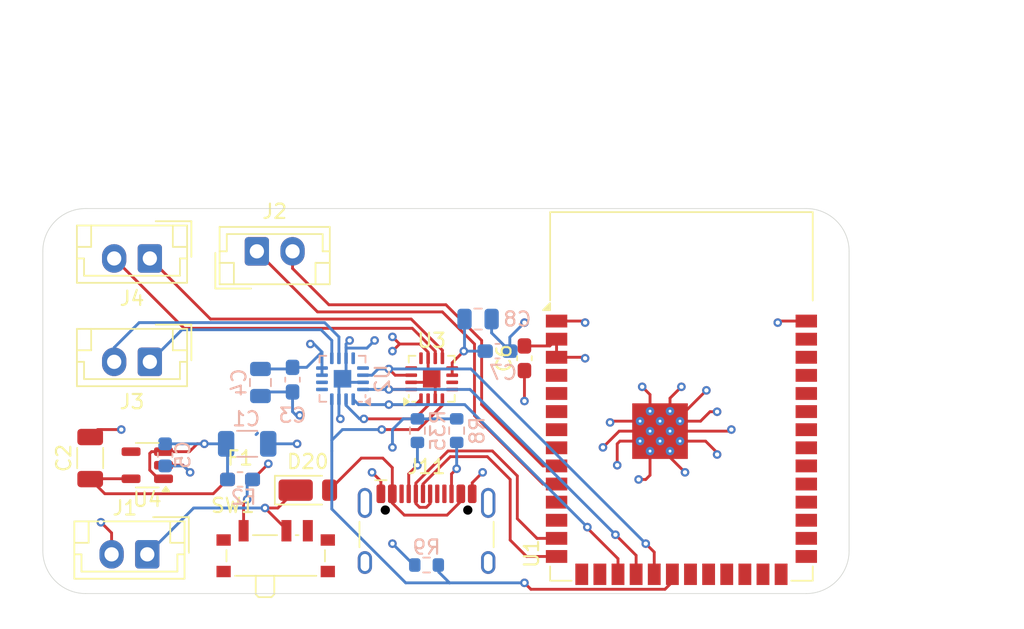
<source format=kicad_pcb>
(kicad_pcb (version 20241229) (generator "pcbnew") (generator_version "9.0")
  (layers (0 "F.Cu" signal) (4 "In1.Cu" power) (6 "In2.Cu" power) (2 "B.Cu" signal) (13 "F.Paste" user) (15 "B.Paste" user) (5 "F.SilkS" user "F.Silkscreen") (7 "B.SilkS" user "B.Silkscreen") (1 "F.Mask" user) (3 "B.Mask" user) (25 "Edge.Cuts" user))
  (net 0 "")
  (net 1 "GND")
  (net 2 "+5V")
  (net 3 "/Power/+3V3_Unfused")
  (net 4 "+3V3")
  (net 5 "/Connectors/5V_unfused")
  (net 6 "/MCU/USB_5V")
  (net 7 "Net-(SW1-A)")
  (net 8 "/Connectors/RX_PICO")
  (net 9 "/Connectors/TX_PICO")
  (net 10 "/Connectors/OUTP_1")
  (net 11 "/Connectors/OUTN_1")
  (net 12 "/Connectors/OUTN_2")
  (net 13 "/Connectors/OUTP_2")
  (net 14 "/MCU/USB_DN")
  (net 17 "/MCU/USB_DP")
  (net 20 "Net-(J11-CC1)")
  (net 22 "Net-(J11-CC2)")
  (net 24 "/MCU/SD_MODE")
  (net 30 "/MCU/I2S_DOUT")
  (net 54 "/MCU/I2S_BCLK")
  (net 56 "/MCU/I2S_LRCLK")
  (footprint "Connector_JST:JST_EH_B2B-EH-A_1x02_P2.50mm_Vertical" (layer "F.Cu") (at 177.82 59.5 180)
    (property "Reference" "J1" (at 1.57 3.25 0) (layer "F.SilkS"))
    (property "Value" "Conn_01x02_Pin" (hide yes))
    (pad "1" thru_hole roundrect (at 0 0 180) (size 1.7 2) (drill 1) (layers "*.Cu" "*.Mask") (roundrect_rratio 0.147059) (net 5 "/Connectors/5V_unfused"))
    (pad "2" thru_hole oval (at 2.5 0 180) (size 1.7 2) (drill 1) (layers "*.Cu" "*.Mask") (net 1 "GND"))
  )
  (footprint "Diode_SMD:D_PowerDI-123" (layer "F.Cu") (at 189.07 55)
    (property "Reference" "D20" (at 0 -2 0) (layer "F.SilkS"))
    (property "Value" "D_Schottky" (hide yes))
    (pad "1" smd roundrect (at -0.85 0 180) (size 2.4 1.5) (layers "F.Cu" "F.Mask" "F.Paste") (roundrect_rratio 0.1666666667) (net 5 "/Connectors/5V_unfused"))
    (pad "2" smd roundrect (at 1.525 0 180) (size 1.05 1.5) (layers "F.Cu" "F.Mask" "F.Paste") (roundrect_rratio 0.2380952381) (net 6 "/MCU/USB_5V"))
  )
  (footprint "Connector_JST:JST_EH_B2B-EH-A_1x02_P2.50mm_Vertical" (layer "F.Cu") (at 178 46 180)
    (property "Reference" "J3" (at 1.25 -2.8 0) (layer "F.SilkS"))
    (property "Value" "Conn_01x02_Pin" (hide yes))
    (pad "1" thru_hole roundrect (at 0 0 180) (size 1.7 2) (drill 1) (layers "*.Cu" "*.Mask") (roundrect_rratio 0.147059) (net 10 "/Connectors/OUTP_1"))
    (pad "2" thru_hole oval (at 2.5 0 180) (size 1.7 2) (drill 1) (layers "*.Cu" "*.Mask") (net 11 "/Connectors/OUTN_1"))
  )
  (footprint "RF_Module:ESP32-S3-WROOM-1" (layer "F.Cu") (at 215.25 48.4)
    (property "Reference" "U1" (at -10.5 11.045 90) (layer "F.SilkS"))
    (property "Value" "ESP32-S3-WROOM-1" (hide yes))
    (pad "1" smd rect (at -8.75 -5.26) (size 1.5 0.9) (layers "F.Cu" "F.Mask" "F.Paste") (net 1 "GND"))
    (pad "2" smd rect (at -8.75 -3.99) (size 1.5 0.9) (layers "F.Cu" "F.Mask" "F.Paste") (net 4 "+3V3"))
    (pad "3" smd rect (at -8.75 -2.72) (size 1.5 0.9) (layers "F.Cu" "F.Mask" "F.Paste") (net 4 "+3V3"))
    (pad "4" smd rect (at -8.75 -1.45) (size 1.5 0.9) (layers "F.Cu" "F.Mask" "F.Paste"))
    (pad "5" smd rect (at -8.75 -0.18) (size 1.5 0.9) (layers "F.Cu" "F.Mask" "F.Paste"))
    (pad "6" smd rect (at -8.75 1.09) (size 1.5 0.9) (layers "F.Cu" "F.Mask" "F.Paste"))
    (pad "7" smd rect (at -8.75 2.36) (size 1.5 0.9) (layers "F.Cu" "F.Mask" "F.Paste"))
    (pad "8" smd rect (at -8.75 3.63) (size 1.5 0.9) (layers "F.Cu" "F.Mask" "F.Paste"))
    (pad "9" smd rect (at -8.75 4.9) (size 1.5 0.9) (layers "F.Cu" "F.Mask" "F.Paste") (net 8 "/Connectors/RX_PICO"))
    (pad "10" smd rect (at -8.75 6.17) (size 1.5 0.9) (layers "F.Cu" "F.Mask" "F.Paste") (net 9 "/Connectors/TX_PICO"))
    (pad "11" smd rect (at -8.75 7.44) (size 1.5 0.9) (layers "F.Cu" "F.Mask" "F.Paste"))
    (pad "12" smd rect (at -8.75 8.71) (size 1.5 0.9) (layers "F.Cu" "F.Mask" "F.Paste"))
    (pad "13" smd rect (at -8.75 9.98) (size 1.5 0.9) (layers "F.Cu" "F.Mask" "F.Paste") (net 14 "/MCU/USB_DN"))
    (pad "14" smd rect (at -8.75 11.25 180) (size 1.5 0.9) (layers "F.Cu" "F.Mask" "F.Paste") (net 17 "/MCU/USB_DP"))
    (pad "15" smd rect (at -6.985 12.5 270) (size 1.5 0.9) (layers "F.Cu" "F.Mask" "F.Paste"))
    (pad "16" smd rect (at -5.715 12.5 270) (size 1.5 0.9) (layers "F.Cu" "F.Mask" "F.Paste"))
    (pad "17" smd rect (at -4.445 12.5 270) (size 1.5 0.9) (layers "F.Cu" "F.Mask" "F.Paste") (net 30 "/MCU/I2S_DOUT"))
    (pad "18" smd rect (at -3.175 12.5 270) (size 1.5 0.9) (layers "F.Cu" "F.Mask" "F.Paste") (net 54 "/MCU/I2S_BCLK"))
    (pad "19" smd rect (at -1.905 12.5 270) (size 1.5 0.9) (layers "F.Cu" "F.Mask" "F.Paste") (net 56 "/MCU/I2S_LRCLK"))
    (pad "20" smd rect (at -0.635 12.5 270) (size 1.5 0.9) (layers "F.Cu" "F.Mask" "F.Paste") (net 24 "/MCU/SD_MODE"))
    (pad "21" smd rect (at 0.635 12.5 270) (size 1.5 0.9) (layers "F.Cu" "F.Mask" "F.Paste"))
    (pad "22" smd rect (at 1.905 12.5 270) (size 1.5 0.9) (layers "F.Cu" "F.Mask" "F.Paste"))
    (pad "23" smd rect (at 3.175 12.5 270) (size 1.5 0.9) (layers "F.Cu" "F.Mask" "F.Paste"))
    (pad "24" smd rect (at 4.445 12.5 270) (size 1.5 0.9) (layers "F.Cu" "F.Mask" "F.Paste"))
    (pad "25" smd rect (at 5.715 12.5 270) (size 1.5 0.9) (layers "F.Cu" "F.Mask" "F.Paste"))
    (pad "26" smd rect (at 6.985 12.5 270) (size 1.5 0.9) (layers "F.Cu" "F.Mask" "F.Paste"))
    (pad "27" smd rect (at 8.75 11.25) (size 1.5 0.9) (layers "F.Cu" "F.Mask" "F.Paste"))
    (pad "28" smd rect (at 8.75 9.98) (size 1.5 0.9) (layers "F.Cu" "F.Mask" "F.Paste"))
    (pad "29" smd rect (at 8.75 8.71) (size 1.5 0.9) (layers "F.Cu" "F.Mask" "F.Paste"))
    (pad "30" smd rect (at 8.75 7.44) (size 1.5 0.9) (layers "F.Cu" "F.Mask" "F.Paste"))
    (pad "31" smd rect (at 8.75 6.17) (size 1.5 0.9) (layers "F.Cu" "F.Mask" "F.Paste"))
    (pad "32" smd rect (at 8.75 4.9) (size 1.5 0.9) (layers "F.Cu" "F.Mask" "F.Paste"))
    (pad "33" smd rect (at 8.75 3.63) (size 1.5 0.9) (layers "F.Cu" "F.Mask" "F.Paste"))
    (pad "34" smd rect (at 8.75 2.36) (size 1.5 0.9) (layers "F.Cu" "F.Mask" "F.Paste"))
    (pad "35" smd rect (at 8.75 1.09) (size 1.5 0.9) (layers "F.Cu" "F.Mask" "F.Paste"))
    (pad "36" smd rect (at 8.75 -0.18) (size 1.5 0.9) (layers "F.Cu" "F.Mask" "F.Paste"))
    (pad "37" smd rect (at 8.75 -1.45) (size 1.5 0.9) (layers "F.Cu" "F.Mask" "F.Paste"))
    (pad "38" smd rect (at 8.75 -2.72) (size 1.5 0.9) (layers "F.Cu" "F.Mask" "F.Paste"))
    (pad "39" smd rect (at 8.75 -3.99) (size 1.5 0.9) (layers "F.Cu" "F.Mask" "F.Paste"))
    (pad "40" smd rect (at 8.75 -5.26) (size 1.5 0.9) (layers "F.Cu" "F.Mask" "F.Paste") (net 1 "GND"))
    (pad "41" thru_hole circle (at -2.9 1.76 90) (size 0.6 0.6) (drill 0.2) (property pad_prop_heatsink) (layers "*.Cu" "F.Mask") (net 1 "GND"))
    (pad "41" thru_hole circle (at -2.9 3.16) (size 0.6 0.6) (drill 0.2) (property pad_prop_heatsink) (layers "*.Cu" "F.Mask") (net 1 "GND"))
    (pad "41" thru_hole circle (at -2.2 1.06) (size 0.6 0.6) (drill 0.2) (property pad_prop_heatsink) (layers "*.Cu" "F.Mask") (net 1 "GND"))
    (pad "41" thru_hole circle (at -2.2 2.46) (size 0.6 0.6) (drill 0.2) (property pad_prop_heatsink) (layers "*.Cu" "F.Mask") (net 1 "GND"))
    (pad "41" thru_hole circle (at -2.2 3.86) (size 0.6 0.6) (drill 0.2) (property pad_prop_heatsink) (layers "*.Cu" "F.Mask") (net 1 "GND"))
    (pad "41" thru_hole circle (at -1.5 1.76) (size 0.6 0.6) (drill 0.2) (property pad_prop_heatsink) (layers "*.Cu" "F.Mask") (net 1 "GND"))
    (pad "41" smd rect (at -1.5 2.46 270) (size 3.9 3.9) (property pad_prop_heatsink) (layers "F.Cu" "F.Mask") (net 1 "GND"))
    (pad "41" thru_hole circle (at -1.5 3.16) (size 0.6 0.6) (drill 0.2) (property pad_prop_heatsink) (layers "*.Cu" "F.Mask") (net 1 "GND"))
    (pad "41" thru_hole circle (at -0.8 1.06) (size 0.6 0.6) (drill 0.2) (property pad_prop_heatsink) (layers "*.Cu" "F.Mask") (net 1 "GND"))
    (pad "41" thru_hole circle (at -0.8 2.46) (size 0.6 0.6) (drill 0.2) (property pad_prop_heatsink) (layers "*.Cu" "F.Mask") (net 1 "GND"))
    (pad "41" thru_hole circle (at -0.8 3.86) (size 0.6 0.6) (drill 0.2) (property pad_prop_heatsink) (layers "*.Cu" "F.Mask") (net 1 "GND"))
    (pad "41" thru_hole circle (at -0.1 1.76) (size 0.6 0.6) (drill 0.2) (property pad_prop_heatsink) (layers "*.Cu" "F.Mask") (net 1 "GND"))
    (pad "41" thru_hole circle (at -0.1 3.16) (size 0.6 0.6) (drill 0.2) (property pad_prop_heatsink) (layers "*.Cu" "F.Mask") (net 1 "GND"))
  )
  (footprint "Connector_JST:JST_EH_B2B-EH-A_1x02_P2.50mm_Vertical" (layer "F.Cu") (at 178 38.75 180)
    (property "Reference" "J4" (at 1.25 -2.8 0) (layer "F.SilkS"))
    (property "Value" "Conn_01x02_Pin" (hide yes))
    (pad "1" thru_hole roundrect (at 0 0 180) (size 1.7 2) (drill 1) (layers "*.Cu" "*.Mask") (roundrect_rratio 0.147059) (net 13 "/Connectors/OUTP_2"))
    (pad "2" thru_hole oval (at 2.5 0 180) (size 1.7 2) (drill 1) (layers "*.Cu" "*.Mask") (net 12 "/Connectors/OUTN_2"))
  )
  (footprint "0_LHRE_Footprints:USB-C_2.0_Receptacle" (layer "F.Cu") (at 197.39 59)
    (property "Reference" "J11" (at 0 -5.645 0) (layer "F.SilkS"))
    (property "Value" "USB_C_Receptacle_USB2.0_16P" (hide yes))
    (pad "" np_thru_hole circle (at -2.89 -2.605) (size 0.65 0.65) (drill 0.65) (layers "*.Mask"))
    (pad "" np_thru_hole circle (at 2.89 -2.605) (size 0.65 0.65) (drill 0.65) (layers "*.Mask"))
    (pad "A1" smd roundrect (at -3.2 -3.745) (size 0.6 1.3) (layers "F.Cu" "F.Mask" "F.Paste") (net 1 "GND"))
    (pad "A4" smd roundrect (at -2.4 -3.745) (size 0.6 1.3) (layers "F.Cu" "F.Mask" "F.Paste") (net 6 "/MCU/USB_5V"))
    (pad "A5" smd roundrect (at -1.25 -3.745) (size 0.3 1.3) (layers "F.Cu" "F.Mask" "F.Paste") (net 20 "Net-(J11-CC1)"))
    (pad "A6" smd roundrect (at -0.25 -3.745) (size 0.3 1.3) (layers "F.Cu" "F.Mask" "F.Paste") (net 17 "/MCU/USB_DP"))
    (pad "A7" smd roundrect (at 0.25 -3.745) (size 0.3 1.3) (layers "F.Cu" "F.Mask" "F.Paste") (net 14 "/MCU/USB_DN"))
    (pad "A8" smd roundrect (at 1.25 -3.745) (size 0.3 1.3) (layers "F.Cu" "F.Mask" "F.Paste"))
    (pad "A9" smd roundrect (at 2.4 -3.745) (size 0.6 1.3) (layers "F.Cu" "F.Mask" "F.Paste") (net 6 "/MCU/USB_5V"))
    (pad "A12" smd roundrect (at 3.2 -3.745) (size 0.6 1.3) (layers "F.Cu" "F.Mask" "F.Paste") (net 1 "GND"))
    (pad "B1" smd roundrect (at 3.2 -3.745) (size 0.6 1.3) (layers "F.Cu" "F.Mask" "F.Paste") (net 1 "GND"))
    (pad "B4" smd roundrect (at 2.4 -3.745) (size 0.6 1.3) (layers "F.Cu" "F.Mask" "F.Paste") (net 6 "/MCU/USB_5V"))
    (pad "B5" smd roundrect (at 1.75 -3.745) (size 0.3 1.3) (layers "F.Cu" "F.Mask" "F.Paste") (net 22 "Net-(J11-CC2)"))
    (pad "B6" smd roundrect (at 0.75 -3.745) (size 0.3 1.3) (layers "F.Cu" "F.Mask" "F.Paste") (net 17 "/MCU/USB_DP"))
    (pad "B7" smd roundrect (at -0.75 -3.745) (size 0.3 1.3) (layers "F.Cu" "F.Mask" "F.Paste") (net 14 "/MCU/USB_DN"))
    (pad "B8" smd roundrect (at -1.75 -3.745) (size 0.3 1.3) (layers "F.Cu" "F.Mask" "F.Paste"))
    (pad "B9" smd roundrect (at -2.4 -3.745) (size 0.6 1.3) (layers "F.Cu" "F.Mask" "F.Paste") (net 6 "/MCU/USB_5V"))
    (pad "B12" smd roundrect (at -3.2 -3.745) (size 0.6 1.3) (layers "F.Cu" "F.Mask" "F.Paste") (net 1 "GND"))
    (pad "S1" thru_hole oval (at -4.32 -3.105) (size 1 2.1) (drill oval 0.6 1.7) (layers "*.Cu" "*.Mask"))
    (pad "S1" thru_hole oval (at -4.32 1.075) (size 1 1.6) (drill oval 0.6 1.2) (layers "*.Cu" "*.Mask"))
    (pad "S1" thru_hole oval (at 4.32 -3.105) (size 1 2.1) (drill oval 0.6 1.7) (layers "*.Cu" "*.Mask"))
    (pad "S1" thru_hole oval (at 4.32 1.075) (size 1 1.6) (drill oval 0.6 1.2) (layers "*.Cu" "*.Mask"))
  )
  (footprint "Capacitor_SMD:C_1206_3216Metric" (layer "F.Cu") (at 173.82 52.75 90)
    (property "Reference" "C2" (at 0 -1.85 90) (layer "F.SilkS"))
    (property "Value" "4.7u")
    (pad "1" smd roundrect (at -1.475 0 90) (size 1.15 1.8) (layers "F.Cu" "F.Mask" "F.Paste") (roundrect_rratio 0.217391) (net 3 "/Power/+3V3_Unfused"))
    (pad "2" smd roundrect (at 1.475 0 90) (size 1.15 1.8) (layers "F.Cu" "F.Mask" "F.Paste") (roundrect_rratio 0.217391) (net 1 "GND"))
  )
  (footprint "Fuse:Fuse_0603_1608Metric_Pad1.05x0.95mm_HandSolder" (layer "F.Cu") (at 184.32 54.25)
    (property "Reference" "F1" (at 0 -1.5 0) (layer "F.SilkS"))
    (property "Value" "1A" (hide yes))
    (pad "1" smd roundrect (at -0.875 0) (size 1.05 0.95) (layers "F.Cu" "F.Mask" "F.Paste") (net 3 "/Power/+3V3_Unfused"))
    (pad "2" smd roundrect (at 0.875 0) (size 1.05 0.95) (layers "F.Cu" "F.Mask" "F.Paste") (net 4 "+3V3"))
  )
  (footprint "Package_DFN_QFN:TQFN-16-1EP_3x3mm_P0.5mm_EP1.23x1.23mm" (layer "F.Cu") (at 197.75 47.1875 90)
    (property "Reference" "U3" (at 2.6875 0 180) (layer "F.SilkS"))
    (property "Value" "MAX98357A" (hide yes))
    (pad "1" smd roundrect (at -1.4375 -0.75 90) (size 0.825 0.25) (layers "F.Cu" "F.Mask" "F.Paste") (net 30 "/MCU/I2S_DOUT"))
    (pad "2" smd roundrect (at -1.4375 -0.25 90) (size 0.825 0.25) (layers "F.Cu" "F.Mask" "F.Paste") (net 4 "+3V3"))
    (pad "3" smd roundrect (at -1.4375 0.25 90) (size 0.825 0.25) (layers "F.Cu" "F.Mask" "F.Paste") (net 1 "GND"))
    (pad "4" smd roundrect (at -1.4375 0.75 90) (size 0.825 0.25) (layers "F.Cu" "F.Mask" "F.Paste") (net 24 "/MCU/SD_MODE"))
    (pad "5" smd roundrect (at -0.75 1.4375 90) (size 0.25 0.825) (layers "F.Cu" "F.Mask" "F.Paste"))
    (pad "6" smd roundrect (at -0.25 1.4375 90) (size 0.25 0.825) (layers "F.Cu" "F.Mask" "F.Paste"))
    (pad "7" smd roundrect (at 0.25 1.4375 90) (size 0.25 0.825) (layers "F.Cu" "F.Mask" "F.Paste") (net 4 "+3V3"))
    (pad "8" smd roundrect (at 0.75 1.4375 90) (size 0.25 0.825) (layers "F.Cu" "F.Mask" "F.Paste") (net 4 "+3V3"))
    (pad "9" smd roundrect (at 1.4375 0.75 90) (size 0.825 0.25) (layers "F.Cu" "F.Mask" "F.Paste") (net 13 "/Connectors/OUTP_2"))
    (pad "10" smd roundrect (at 1.4375 0.25 90) (size 0.825 0.25) (layers "F.Cu" "F.Mask" "F.Paste") (net 12 "/Connectors/OUTN_2"))
    (pad "11" smd roundrect (at 1.4375 -0.25 90) (size 0.825 0.25) (layers "F.Cu" "F.Mask" "F.Paste") (net 1 "GND"))
    (pad "12" smd roundrect (at 1.4375 -0.75 90) (size 0.825 0.25) (layers "F.Cu" "F.Mask" "F.Paste"))
    (pad "13" smd roundrect (at 0.75 -1.4375 90) (size 0.25 0.825) (layers "F.Cu" "F.Mask" "F.Paste"))
    (pad "14" smd roundrect (at 0.25 -1.4375 90) (size 0.25 0.825) (layers "F.Cu" "F.Mask" "F.Paste") (net 56 "/MCU/I2S_LRCLK"))
    (pad "15" smd roundrect (at -0.25 -1.4375 90) (size 0.25 0.825) (layers "F.Cu" "F.Mask" "F.Paste") (net 1 "GND"))
    (pad "16" smd roundrect (at -0.75 -1.4375 90) (size 0.25 0.825) (layers "F.Cu" "F.Mask" "F.Paste") (net 54 "/MCU/I2S_BCLK"))
    (pad "17" smd rect (at 0 0 90) (size 1.23 1.23) (property pad_prop_heatsink) (layers "F.Cu" "F.Mask") (net 1 "GND"))
  )
  (footprint "Button_Switch_SMD:SW_SPDT_PCM12" (layer "F.Cu") (at 186.82 59.275)
    (property "Reference" "SW1" (at -3 -3.2 0) (layer "F.SilkS"))
    (property "Value" "SW_SPDT" (hide yes))
    (pad "" smd rect (at -3.65 -0.78) (size 1 0.8) (layers "F.Cu" "F.Mask" "F.Paste"))
    (pad "" smd rect (at -3.65 1.43) (size 1 0.8) (layers "F.Cu" "F.Mask" "F.Paste"))
    (pad "" np_thru_hole circle (at -1.5 0.33) (size 0.9 0.9) (drill 0.9) (layers "*.Cu" "*.Mask"))
    (pad "" np_thru_hole circle (at 1.5 0.33) (size 0.9 0.9) (drill 0.9) (layers "*.Cu" "*.Mask"))
    (pad "" smd rect (at 3.65 -0.78) (size 1 0.8) (layers "F.Cu" "F.Mask" "F.Paste"))
    (pad "" smd rect (at 3.65 1.43) (size 1 0.8) (layers "F.Cu" "F.Mask" "F.Paste"))
    (pad "1" smd rect (at -2.25 -1.43) (size 0.7 1.5) (layers "F.Cu" "F.Mask" "F.Paste") (net 7 "Net-(SW1-A)"))
    (pad "2" smd rect (at 0.75 -1.43) (size 0.7 1.5) (layers "F.Cu" "F.Mask" "F.Paste") (net 5 "/Connectors/5V_unfused"))
    (pad "3" smd rect (at 2.25 -1.43) (size 0.7 1.5) (layers "F.Cu" "F.Mask" "F.Paste"))
  )
  (footprint "Capacitor_SMD:C_0603_1608Metric_Pad1.08x0.95mm_HandSolder" (layer "F.Cu") (at 204.25 45.75 90)
    (property "Reference" "C6" (at 0 -1.43 90) (layer "F.SilkS"))
    (property "Value" "100n" (hide yes))
    (pad "1" smd roundrect (at -0.8625 0 90) (size 1.075 0.95) (layers "F.Cu" "F.Mask" "F.Paste") (net 1 "GND"))
    (pad "2" smd roundrect (at 0.8625 0 90) (size 1.075 0.95) (layers "F.Cu" "F.Mask" "F.Paste") (net 4 "+3V3"))
  )
  (footprint "Package_TO_SOT_SMD:SOT-23-5" (layer "F.Cu") (at 177.82 53.25 180)
    (property "Reference" "U4" (at 0 -2.4 0) (layer "F.SilkS"))
    (property "Value" "RT9013-33GB" (hide yes))
    (pad "1" smd roundrect (at -1.1375 -0.95 180) (size 1.325 0.6) (layers "F.Cu" "F.Mask" "F.Paste") (net 2 "+5V"))
    (pad "2" smd roundrect (at -1.1375 0 180) (size 1.325 0.6) (layers "F.Cu" "F.Mask" "F.Paste") (net 1 "GND"))
    (pad "3" smd roundrect (at -1.1375 0.95 180) (size 1.325 0.6) (layers "F.Cu" "F.Mask" "F.Paste") (net 2 "+5V"))
    (pad "4" smd roundrect (at 1.1375 0.95 180) (size 1.325 0.6) (layers "F.Cu" "F.Mask" "F.Paste"))
    (pad "5" smd roundrect (at 1.1375 -0.95 180) (size 1.325 0.6) (layers "F.Cu" "F.Mask" "F.Paste") (net 3 "/Power/+3V3_Unfused"))
  )
  (footprint "Connector_JST:JST_EH_B2B-EH-A_1x02_P2.50mm_Vertical" (layer "F.Cu") (at 185.5 38.25)
    (property "Reference" "J2" (at 1.25 -2.8 0) (layer "F.SilkS"))
    (property "Value" "Conn_01x02_Pin" (hide yes))
    (pad "1" thru_hole roundrect (at 0 0) (size 1.7 2) (drill 1) (layers "*.Cu" "*.Mask") (roundrect_rratio 0.147059) (net 9 "/Connectors/TX_PICO"))
    (pad "2" thru_hole oval (at 2.5 0) (size 1.7 2) (drill 1) (layers "*.Cu" "*.Mask") (net 8 "/Connectors/RX_PICO"))
  )
  (footprint "Fuse:Fuse_0603_1608Metric_Pad1.05x0.95mm_HandSolder" (layer "B.Cu") (at 184.32 54.25 180)
    (property "Reference" "F2" (at -0.25 -1.25 0) (layer "B.SilkS") (effects (justify mirror)))
    (property "Value" "1A" (hide yes))
    (pad "1" smd roundrect (at -0.875 0 180) (size 1.05 0.95) (layers "B.Cu" "B.Mask" "B.Paste") (net 7 "Net-(SW1-A)"))
    (pad "2" smd roundrect (at 0.875 0 180) (size 1.05 0.95) (layers "B.Cu" "B.Mask" "B.Paste") (net 2 "+5V"))
  )
  (footprint "Resistor_SMD:R_0603_1608Metric" (layer "B.Cu") (at 197.39 60.25)
    (property "Reference" "R9" (at 0 -1.25 0) (layer "B.SilkS") (effects (justify mirror)))
    (property "Value" "100k" (hide yes))
    (pad "1" smd roundrect (at -0.825 0) (size 0.8 0.95) (layers "B.Cu" "B.Mask" "B.Paste") (net 4 "+3V3"))
    (pad "2" smd roundrect (at 0.825 0) (size 0.8 0.95) (layers "B.Cu" "B.Mask" "B.Paste") (net 24 "/MCU/SD_MODE"))
  )
  (footprint "Package_DFN_QFN:TQFN-16-1EP_3x3mm_P0.5mm_EP1.23x1.23mm" (layer "B.Cu") (at 191.5 47.1875 90)
    (property "Reference" "U2" (at 0 2.8 90) (layer "B.SilkS") (effects (justify mirror)))
    (property "Value" "MAX98357A" (hide yes))
    (pad "1" smd roundrect (at -1.4375 0.75 90) (size 0.825 0.25) (layers "B.Cu" "B.Mask" "B.Paste") (net 30 "/MCU/I2S_DOUT"))
    (pad "2" smd roundrect (at -1.4375 0.25 90) (size 0.825 0.25) (layers "B.Cu" "B.Mask" "B.Paste") (net 4 "+3V3"))
    (pad "3" smd roundrect (at -1.4375 -0.25 90) (size 0.825 0.25) (layers "B.Cu" "B.Mask" "B.Paste") (net 1 "GND"))
    (pad "4" smd roundrect (at -1.4375 -0.75 90) (size 0.825 0.25) (layers "B.Cu" "B.Mask" "B.Paste") (net 24 "/MCU/SD_MODE"))
    (pad "5" smd roundrect (at -0.75 -1.4375 90) (size 0.25 0.825) (layers "B.Cu" "B.Mask" "B.Paste"))
    (pad "6" smd roundrect (at -0.25 -1.4375 90) (size 0.25 0.825) (layers "B.Cu" "B.Mask" "B.Paste"))
    (pad "7" smd roundrect (at 0.25 -1.4375 90) (size 0.25 0.825) (layers "B.Cu" "B.Mask" "B.Paste") (net 4 "+3V3"))
    (pad "8" smd roundrect (at 0.75 -1.4375 90) (size 0.25 0.825) (layers "B.Cu" "B.Mask" "B.Paste") (net 4 "+3V3"))
    (pad "9" smd roundrect (at 1.4375 -0.75 90) (size 0.825 0.25) (layers "B.Cu" "B.Mask" "B.Paste") (net 10 "/Connectors/OUTP_1"))
    (pad "10" smd roundrect (at 1.4375 -0.25 90) (size 0.825 0.25) (layers "B.Cu" "B.Mask" "B.Paste") (net 11 "/Connectors/OUTN_1"))
    (pad "11" smd roundrect (at 1.4375 0.25 90) (size 0.825 0.25) (layers "B.Cu" "B.Mask" "B.Paste") (net 1 "GND"))
    (pad "12" smd roundrect (at 1.4375 0.75 90) (size 0.825 0.25) (layers "B.Cu" "B.Mask" "B.Paste"))
    (pad "13" smd roundrect (at 0.75 1.4375 90) (size 0.25 0.825) (layers "B.Cu" "B.Mask" "B.Paste"))
    (pad "14" smd roundrect (at 0.25 1.4375 90) (size 0.25 0.825) (layers "B.Cu" "B.Mask" "B.Paste") (net 56 "/MCU/I2S_LRCLK"))
    (pad "15" smd roundrect (at -0.25 1.4375 90) (size 0.25 0.825) (layers "B.Cu" "B.Mask" "B.Paste") (net 1 "GND"))
    (pad "16" smd roundrect (at -0.75 1.4375 90) (size 0.25 0.825) (layers "B.Cu" "B.Mask" "B.Paste") (net 54 "/MCU/I2S_BCLK"))
    (pad "17" smd rect (at 0 0 90) (size 1.23 1.23) (property pad_prop_heatsink) (layers "B.Cu" "B.Mask") (net 1 "GND"))
  )
  (footprint "Capacitor_SMD:C_0603_1608Metric_Pad1.08x0.95mm_HandSolder" (layer "B.Cu") (at 188 47.25 90)
    (property "Reference" "C3" (at -2.5 0 0) (layer "B.SilkS") (effects (justify mirror)))
    (property "Value" "100n" (hide yes))
    (pad "1" smd roundrect (at -0.8625 0 90) (size 1.075 0.95) (layers "B.Cu" "B.Mask" "B.Paste") (net 1 "GND"))
    (pad "2" smd roundrect (at 0.8625 0 90) (size 1.075 0.95) (layers "B.Cu" "B.Mask" "B.Paste") (net 4 "+3V3"))
  )
  (footprint "Resistor_SMD:R_0603_1608Metric" (layer "B.Cu") (at 199.5 50.825 90)
    (property "Reference" "R8" (at 0 1.43 90) (layer "B.SilkS") (effects (justify mirror)))
    (property "Value" "5.1k" (hide yes))
    (pad "1" smd roundrect (at -0.825 0 90) (size 0.8 0.95) (layers "B.Cu" "B.Mask" "B.Paste") (net 22 "Net-(J11-CC2)"))
    (pad "2" smd roundrect (at 0.825 0 90) (size 0.8 0.95) (layers "B.Cu" "B.Mask" "B.Paste") (net 1 "GND"))
  )
  (footprint "Capacitor_SMD:C_0603_1608Metric_Pad1.08x0.95mm_HandSolder" (layer "B.Cu") (at 202.3625 45.25 180)
    (property "Reference" "C7" (at -0.3875 -1.5 0) (layer "B.SilkS") (effects (justify mirror)))
    (property "Value" "100n" (hide yes))
    (pad "1" smd roundrect (at -0.8625 0 180) (size 1.075 0.95) (layers "B.Cu" "B.Mask" "B.Paste") (net 1 "GND"))
    (pad "2" smd roundrect (at 0.8625 0 180) (size 1.075 0.95) (layers "B.Cu" "B.Mask" "B.Paste") (net 4 "+3V3"))
  )
  (footprint "Capacitor_SMD:C_0603_1608Metric" (layer "B.Cu") (at 179.07 52.525 -90)
    (property "Reference" "C5" (at 0 -1.25 90) (layer "B.SilkS") (effects (justify mirror)))
    (property "Value" "22u" (hide yes))
    (pad "1" smd roundrect (at -0.775 0 270) (size 0.9 0.95) (layers "B.Cu" "B.Mask" "B.Paste") (net 2 "+5V"))
    (pad "2" smd roundrect (at 0.775 0 270) (size 0.9 0.95) (layers "B.Cu" "B.Mask" "B.Paste") (net 1 "GND"))
  )
  (footprint "Capacitor_SMD:C_1206_3216Metric" (layer "B.Cu") (at 184.82 51.75)
    (property "Reference" "C1" (at -0.07 -1.75 0) (layer "B.SilkS") (effects (justify mirror)))
    (property "Value" "4.7u" (hide yes))
    (pad "1" smd roundrect (at -1.475 0) (size 1.15 1.8) (layers "B.Cu" "B.Mask" "B.Paste") (roundrect_rratio 0.217391) (net 2 "+5V"))
    (pad "2" smd roundrect (at 1.475 0) (size 1.15 1.8) (layers "B.Cu" "B.Mask" "B.Paste") (roundrect_rratio 0.217391) (net 1 "GND"))
  )
  (footprint "Capacitor_SMD:C_0805_2012Metric" (layer "B.Cu") (at 201 43 180)
    (property "Reference" "C8" (at -2.75 0 0) (layer "B.SilkS") (effects (justify mirror)))
    (property "Value" "10u" (hide yes))
    (pad "1" smd roundrect (at -0.95 0 180) (size 1 1.45) (layers "B.Cu" "B.Mask" "B.Paste") (net 1 "GND"))
    (pad "2" smd roundrect (at 0.95 0 180) (size 1 1.45) (layers "B.Cu" "B.Mask" "B.Paste") (net 4 "+3V3"))
  )
  (footprint "Resistor_SMD:R_0603_1608Metric" (layer "B.Cu") (at 196.75 50.825 90)
    (property "Reference" "R35" (at 0 1.43 90) (layer "B.SilkS") (effects (justify mirror)))
    (property "Value" "5.1k" (hide yes))
    (pad "1" smd roundrect (at -0.825 0 90) (size 0.8 0.95) (layers "B.Cu" "B.Mask" "B.Paste") (net 20 "Net-(J11-CC1)"))
    (pad "2" smd roundrect (at 0.825 0 90) (size 0.8 0.95) (layers "B.Cu" "B.Mask" "B.Paste") (net 1 "GND"))
  )
  (footprint "Capacitor_SMD:C_0805_2012Metric" (layer "B.Cu") (at 185.75 47.45 90)
    (property "Reference" "C4" (at 0 -1.5 90) (layer "B.SilkS") (effects (justify mirror)))
    (property "Value" "10u" (hide yes))
    (pad "1" smd roundrect (at -0.95 0 90) (size 1 1.45) (layers "B.Cu" "B.Mask" "B.Paste") (net 1 "GND"))
    (pad "2" smd roundrect (at 0.95 0 90) (size 1 1.45) (layers "B.Cu" "B.Mask" "B.Paste") (net 4 "+3V3"))
  )
  (gr_arc (start 173.5 62.25) (mid 171.37868 61.37132) (end 170.5 59.25) (stroke (width 0.05)) (layer "Edge.Cuts"))
  (gr_line (start 173.5 35.25) (end 224 35.25) (stroke (width 0.05)) (layer "Edge.Cuts"))
  (gr_line (start 224 62.25) (end 173.5 62.25) (stroke (width 0.05)) (layer "Edge.Cuts"))
  (gr_arc (start 170.5 38.25) (mid 171.37868 36.12868) (end 173.5 35.25) (stroke (width 0.05)) (layer "Edge.Cuts"))
  (gr_arc (start 227 59.25) (mid 226.12132 61.37132) (end 224 62.25) (stroke (width 0.05)) (layer "Edge.Cuts"))
  (gr_arc (start 224 35.25) (mid 226.12132 36.12868) (end 227 38.25) (stroke (width 0.05)) (layer "Edge.Cuts"))
  (gr_line (start 170.5 59.25) (end 170.5 38.25) (stroke (width 0.05)) (layer "Edge.Cuts"))
  (gr_line (start 227 38.25) (end 227 59.25) (stroke (width 0.05)) (layer "Edge.Cuts"))
  (segment (start 198 48.625) (end 198 47.4375) (width 0.2) (layer "F.Cu") (net 1))
  (segment (start 194.19 55.255) (end 194.19 54.37) (width 0.2) (layer "F.Cu") (net 1))
  (segment (start 222.11 43.14) (end 222 43.25) (width 0.2) (layer "F.Cu") (net 1))
  (segment (start 217.75 49.5) (end 217.25 49.5) (width 0.2) (layer "F.Cu") (net 1))
  (segment (start 214.84 50.16) (end 217 48) (width 0.2) (layer "F.Cu") (net 1))
  (segment (start 204.25 46.6125) (end 204.25 48.75) (width 0.2) (layer "F.Cu") (net 1))
  (segment (start 195 45.25) (end 195.5 44.75) (width 0.2) (layer "F.Cu") (net 1))
  (segment (start 200.59 55.255) (end 200.59 54.48) (width 0.2) (layer "F.Cu") (net 1))
  (segment (start 209.75 52) (end 210.89 50.86) (width 0.2) (layer "F.Cu") (net 1))
  (segment (start 216.59 50.16) (end 215.15 50.16) (width 0.2) (layer "F.Cu") (net 1))
  (segment (start 210.94 51.56) (end 212.35 51.56) (width 0.2) (layer "F.Cu") (net 1))
  (segment (start 195.5 44.75) (end 196.928298 44.75) (width 0.2) (layer "F.Cu") (net 1))
  (segment (start 197.75 47.1875) (end 197.5 47.4375) (width 0.2) (layer "F.Cu") (net 1))
  (segment (start 197.5 45.321702) (end 197.5 45.75) (width 0.2) (layer "F.Cu") (net 1))
  (segment (start 212.25 54.25) (end 212.75 54.25) (width 0.2) (layer "F.Cu") (net 1))
  (segment (start 217.25 49.5) (end 216.59 50.16) (width 0.2) (layer "F.Cu") (net 1))
  (segment (start 215.5 53.75) (end 214.45 52.7) (width 0.2) (layer "F.Cu") (net 1))
  (segment (start 216.94 51.56) (end 215.15 51.56) (width 0.2) (layer "F.Cu") (net 1))
  (segment (start 213.05 49.46) (end 213.05 48.3) (width 0.2) (layer "F.Cu") (net 1))
  (segment (start 210.89 50.86) (end 213.05 50.86) (width 0.2) (layer "F.Cu") (net 1))
  (segment (start 214.45 48.55) (end 215.25 47.75) (width 0.2) (layer "F.Cu") (net 1))
  (segment (start 210.75 53.25) (end 210.75 51.75) (width 0.2) (layer "F.Cu") (net 1))
  (segment (start 180.32 53.25) (end 180.82 53.75) (width 0.2) (layer "F.Cu") (net 1))
  (segment (start 224 43.14) (end 222.11 43.14) (width 0.2) (layer "F.Cu") (net 1))
  (segment (start 208.39 43.14) (end 208.5 43.25) (width 0.2) (layer "F.Cu") (net 1))
  (segment (start 214.45 52.7) (end 214.45 52.26) (width 0.2) (layer "F.Cu") (net 1))
  (segment (start 213.05 53.95) (end 213.05 52.26) (width 0.2) (layer "F.Cu") (net 1))
  (segment (start 197.5 47.4375) (end 196.3125 47.4375) (width 0.2) (layer "F.Cu") (net 1))
  (segment (start 174.345 50.75) (end 173.82 51.275) (width 0.2) (layer "F.Cu") (net 1))
  (segment (start 213.05 48.3) (end 212.5 47.75) (width 0.2) (layer "F.Cu") (net 1))
  (segment (start 197.75 47.1875) (end 197.5 46.9375) (width 0.2) (layer "F.Cu") (net 1))
  (segment (start 200.59 54.48) (end 201.32 53.75) (width 0.2) (layer "F.Cu") (net 1))
  (segment (start 210.34 50.16) (end 210.25 50.25) (width 0.2) (layer "F.Cu") (net 1))
  (segment (start 214.45 50.86) (end 218.64 50.86) (width 0.2) (layer "F.Cu") (net 1))
  (segment (start 212.75 54.25) (end 213.05 53.95) (width 0.2) (layer "F.Cu") (net 1))
  (segment (start 206.5 43.14) (end 208.39 43.14) (width 0.2) (layer "F.Cu") (net 1))
  (segment (start 176 50.75) (end 174.345 50.75) (width 0.2) (layer "F.Cu") (net 1))
  (segment (start 197.5 46.9375) (end 197.5 45.75) (width 0.2) (layer "F.Cu") (net 1))
  (segment (start 213.75 50.16) (end 214.84 50.16) (width 0.2) (layer "F.Cu") (net 1))
  (segment (start 218.64 50.86) (end 218.75 50.75) (width 0.2) (layer "F.Cu") (net 1))
  (segment (start 212.35 50.16) (end 210.34 50.16) (width 0.2) (layer "F.Cu") (net 1))
  (segment (start 198 47.4375) (end 197.75 47.1875) (width 0.2) (layer "F.Cu") (net 1))
  (segment (start 195.5 44.75) (end 195 44.25) (width 0.2) (layer "F.Cu") (net 1))
  (segment (start 175.32 58) (end 175.32 59.5) (width 0.2) (layer "F.Cu") (net 1))
  (segment (start 214.45 49.46) (end 214.45 48.55) (width 0.2) (layer "F.Cu") (net 1))
  (segment (start 217.75 52.5) (end 217.75 52.37) (width 0.2) (layer "F.Cu") (net 1))
  (segment (start 217.75 52.37) (end 216.94 51.56) (width 0.2) (layer "F.Cu") (net 1))
  (segment (start 174.57 57.25) (end 175.32 58) (width 0.2) (layer "F.Cu") (net 1))
  (segment (start 178.9575 53.25) (end 180.32 53.25) (width 0.2) (layer "F.Cu") (net 1))
  (segment (start 196.928298 44.75) (end 197.5 45.321702) (width 0.2) (layer "F.Cu") (net 1))
  (segment (start 210.75 51.75) (end 210.94 51.56) (width 0.2) (layer "F.Cu") (net 1))
  (segment (start 194.19 54.37) (end 193.57 53.75) (width 0.2) (layer "F.Cu") (net 1))
  (via (at 193.75 44.5) (size 0.6) (drill 0.3) (layers "F.Cu" "B.Cu") (net 1))
  (via (at 208.5 43.25) (size 0.6) (drill 0.3) (layers "F.Cu" "B.Cu") (net 1))
  (via (at 201.32 53.75) (size 0.6) (drill 0.3) (layers "F.Cu" "B.Cu") (net 1))
  (via (at 217.75 52.5) (size 0.6) (drill 0.3) (layers "F.Cu" "B.Cu") (net 1))
  (via (at 195 52) (size 0.6) (drill 0.3) (layers "F.Cu" "B.Cu") (net 1))
  (via (at 218.75 50.75) (size 0.6) (drill 0.3) (layers "F.Cu" "B.Cu") (net 1))
  (via (at 212.25 54.25) (size 0.6) (drill 0.3) (layers "F.Cu" "B.Cu") (net 1))
  (via (at 191.35 50) (size 0.6) (drill 0.3) (layers "F.Cu" "B.Cu") (net 1))
  (via (at 217.75 49.5) (size 0.6) (drill 0.3) (layers "F.Cu" "B.Cu") (net 1))
  (via (at 193.57 53.75) (size 0.6) (drill 0.3) (layers "F.Cu" "B.Cu") (net 1))
  (via (at 176 50.75) (size 0.6) (drill 0.3) (layers "F.Cu" "B.Cu") (net 1))
  (via (at 188.5 49.75) (size 0.6) (drill 0.3) (layers "F.Cu" "B.Cu") (net 1))
  (via (at 192 44.5) (size 0.6) (drill 0.3) (layers "F.Cu" "B.Cu") (net 1))
  (via (at 215.25 47.75) (size 0.6) (drill 0.3) (layers "F.Cu" "B.Cu") (net 1))
  (via (at 180.82 53.75) (size 0.6) (drill 0.3) (layers "F.Cu" "B.Cu") (net 1))
  (via (at 212.5 47.75) (size 0.6) (drill 0.3) (layers "F.Cu" "B.Cu") (net 1))
  (via (at 210.75 53.25) (size 0.6) (drill 0.3) (layers "F.Cu" "B.Cu") (net 1))
  (via (at 195 45.25) (size 0.6) (drill 0.3) (layers "F.Cu" "B.Cu") (net 1))
  (via (at 215.5 53.75) (size 0.6) (drill 0.3) (layers "F.Cu" "B.Cu") (net 1))
  (via (at 174.57 57.25) (size 0.6) (drill 0.3) (layers "F.Cu" "B.Cu") (net 1))
  (via (at 204.25 48.75) (size 0.6) (drill 0.3) (layers "F.Cu" "B.Cu") (net 1))
  (via (at 204.25 43.25) (size 0.6) (drill 0.3) (layers "F.Cu" "B.Cu") (net 1))
  (via (at 210.25 50.25) (size 0.6) (drill 0.3) (layers "F.Cu" "B.Cu") (net 1))
  (via (at 217 48) (size 0.6) (drill 0.3) (layers "F.Cu" "B.Cu") (net 1))
  (via (at 209.75 52) (size 0.6) (drill 0.3) (layers "F.Cu" "B.Cu") (net 1))
  (via (at 188.32 51.75) (size 0.6) (drill 0.3) (layers "F.Cu" "B.Cu") (net 1))
  (via (at 195 44.25) (size 0.6) (drill 0.3) (layers "F.Cu" "B.Cu") (net 1))
  (via (at 222 43.25) (size 0.6) (drill 0.3) (layers "F.Cu" "B.Cu") (net 1))
  (segment (start 193.75 44.5) (end 193.2135 45.0365) (width 0.2) (layer "B.Cu") (net 1))
  (segment (start 195.75 50) (end 196.75 50) (width 0.2) (layer "B.Cu") (net 1))
  (segment (start 188 48.1125) (end 186.0375 48.1125) (width 0.2) (layer "B.Cu") (net 1))
  (segment (start 191.25 47.4375) (end 191.5 47.1875) (width 0.2) (layer "B.Cu") (net 1))
  (segment (start 191.25 49.053298) (end 191.25 48.625) (width 0.2) (layer "B.Cu") (net 1))
  (segment (start 185.445 51.1) (end 185.545 51) (width 0.2) (layer "B.Cu") (net 1))
  (segment (start 188 49.5) (end 188 48.1125) (width 0.2) (layer "B.Cu") (net 1))
  (segment (start 188.5 49.75) (end 188.25 49.75) (width 0.2) (layer "B.Cu") (net 1))
  (segment (start 191.25 48.625) (end 191.25 47.4375) (width 0.2) (layer "B.Cu") (net 1))
  (segment (start 201.95 43) (end 201.95 43.975) (width 0.2) (layer "B.Cu") (net 1))
  (segment (start 195 50.75) (end 195.75 50) (width 0.2) (layer "B.Cu") (net 1))
  (segment (start 191.75 44.75) (end 192 44.5) (width 0.2) (layer "B.Cu") (net 1))
  (segment (start 191.5 47.1875) (end 191.75 46.9375) (width 0.2) (layer "B.Cu") (net 1))
  (segment (start 191.5 47.1875) (end 191.75 47.4375) (width 0.2) (layer "B.Cu") (net 1))
  (segment (start 180.37 53.3) (end 180.82 53.75) (width 0.2) (layer "B.Cu") (net 1))
  (segment (start 195 52) (end 195 50.75) (width 0.2) (layer "B.Cu") (net 1))
  (segment (start 191.75 45.75) (end 191.75 45) (width 0.2) (layer "B.Cu") (net 1))
  (segment (start 198.25 50) (end 199.5 50) (width 0.2) (layer "B.Cu") (net 1))
  (segment (start 199.5 50) (end 199.75 49.75) (width 0.2) (layer "B.Cu") (net 1))
  (segment (start 191.75 45) (end 191.75 44.75) (width 0.2) (layer "B.Cu") (net 1))
  (segment (start 191.25 48.625) (end 191.25 49.9) (width 0.2) (layer "B.Cu") (net 1))
  (segment (start 193.2135 45.0365) (end 191.7865 45.0365) (width 0.2) (layer "B.Cu") (net 1))
  (segment (start 179.07 53.3) (end 180.37 53.3) (width 0.2) (layer "B.Cu") (net 1))
  (segment (start 191.75 47.4375) (end 192.9375 47.4375) (width 0.2) (layer "B.Cu") (net 1))
  (segment (start 191.25 49.9) (end 191.35 50) (width 0.2) (layer "B.Cu") (net 1))
  (segment (start 191.75 46.9375) (end 191.75 45.75) (width 0.2) (layer "B.Cu") (net 1))
  (segment (start 186.295 51.75) (end 188.32 51.75) (width 0.2) (layer "B.Cu") (net 1))
  (segment (start 191.7865 45.0365) (end 191.75 45) (width 0.2) (layer "B.Cu") (net 1))
  (segment (start 196.75 50) (end 198.25 50) (width 0.2) (layer "B.Cu") (net 1))
  (segment (start 201.95 43.975) (end 203.225 45.25) (width 0.2) (layer "B.Cu") (net 1))
  (segment (start 186.0375 48.1125) (end 185.75 48.4) (width 0.2) (layer "B.Cu") (net 1))
  (segment (start 188.25 49.75) (end 188 49.5) (width 0.2) (layer "B.Cu") (net 1))
  (segment (start 203.225 45.25) (end 203.225 44.275) (width 0.2) (layer "B.Cu") (net 1))
  (segment (start 203.225 44.275) (end 204.25 43.25) (width 0.2) (layer "B.Cu") (net 1))
  (segment (start 180.77 52.3) (end 178.9575 52.3) (width 0.2) (layer "F.Cu") (net 2))
  (segment (start 178.9575 54.2) (end 178.603032 54.2) (width 0.2) (layer "F.Cu") (net 2))
  (segment (start 177.994 53.590968) (end 177.994 52.426) (width 0.2) (layer "F.Cu") (net 2))
  (segment (start 181.82 51.75) (end 181.32 51.75) (width 0.2) (layer "F.Cu") (net 2))
  (segment (start 181.32 51.75) (end 180.77 52.3) (width 0.2) (layer "F.Cu") (net 2))
  (segment (start 178.12 52.3) (end 178.9575 52.3) (width 0.2) (layer "F.Cu") (net 2))
  (segment (start 177.994 52.426) (end 178.12 52.3) (width 0.2) (layer "F.Cu") (net 2))
  (segment (start 178.603032 54.2) (end 177.994 53.590968) (width 0.2) (layer "F.Cu") (net 2))
  (via (at 181.82 51.75) (size 0.6) (drill 0.3) (layers "F.Cu" "B.Cu") (net 2))
  (segment (start 183.345 51.75) (end 181.82 51.75) (width 0.2) (layer "B.Cu") (net 2))
  (segment (start 183.82 54.125) (end 183.695 54) (width 0.2) (layer "B.Cu") (net 2))
  (segment (start 183.445 54.25) (end 183.445 51.85) (width 0.2) (layer "B.Cu") (net 2))
  (segment (start 183.445 51.85) (end 183.345 51.75) (width 0.2) (layer "B.Cu") (net 2))
  (segment (start 181.82 51.75) (end 179.07 51.75) (width 0.2) (layer "B.Cu") (net 2))
  (segment (start 182.445 55.25) (end 183.445 54.25) (width 0.2) (layer "F.Cu") (net 3))
  (segment (start 173.82 54.225) (end 174.845 55.25) (width 0.2) (layer "F.Cu") (net 3))
  (segment (start 173.845 54.2) (end 173.82 54.225) (width 0.2) (layer "F.Cu") (net 3))
  (segment (start 174.845 55.25) (end 182.445 55.25) (width 0.2) (layer "F.Cu") (net 3))
  (segment (start 176.6825 54.2) (end 173.845 54.2) (width 0.2) (layer "F.Cu") (net 3))
  (segment (start 185.195 54.25) (end 185.204609 54.25) (width 0.2) (layer "F.Cu") (net 4))
  (segment (start 193 50) (end 196.553298 50) (width 0.2) (layer "F.Cu") (net 4))
  (segment (start 199.1875 46.4375) (end 199.1875 46.9375) (width 0.2) (layer "F.Cu") (net 4))
  (segment (start 206.5 44.41) (end 206.5 45.68) (width 0.2) (layer "F.Cu") (net 4))
  (segment (start 197.5 49.053298) (end 197.5 48.625) (width 0.2) (layer "F.Cu") (net 4))
  (segment (start 206.5 45.68) (end 208.43 45.68) (width 0.2) (layer "F.Cu") (net 4))
  (segment (start 185.204609 54.25) (end 186.304609 53.15) (width 0.2) (layer "F.Cu") (net 4))
  (segment (start 199.1875 46.4375) (end 199.1875 46.0625) (width 0.2) (layer "F.Cu") (net 4))
  (segment (start 206.0225 44.8875) (end 206.5 44.41) (width 0.2) (layer "F.Cu") (net 4))
  (segment (start 208.43 45.68) (end 208.5 45.75) (width 0.2) (layer "F.Cu") (net 4))
  (segment (start 204.25 44.8875) (end 206.0225 44.8875) (width 0.2) (layer "F.Cu") (net 4))
  (segment (start 196.553298 50) (end 197.5 49.053298) (width 0.2) (layer "F.Cu") (net 4))
  (segment (start 199.1875 46.0625) (end 200 45.25) (width 0.2) (layer "F.Cu") (net 4))
  (via (at 193 50) (size 0.6) (drill 0.3) (layers "F.Cu" "B.Cu") (net 4))
  (via (at 208.5 45.75) (size 0.6) (drill 0.3) (layers "F.Cu" "B.Cu") (net 4))
  (via (at 200 45.25) (size 0.6) (drill 0.3) (layers "F.Cu" "B.Cu") (net 4))
  (via (at 189.25 44.75) (size 0.6) (drill 0.3) (layers "F.Cu" "B.Cu") (net 4))
  (via (at 186.304609 53.15) (size 0.6) (drill 0.3) (layers "F.Cu" "B.Cu") (net 4))
  (via (at 195 58.75) (size 0.6) (drill 0.3) (layers "F.Cu" "B.Cu") (net 4))
  (segment (start 200.1375 45.1125) (end 200 45.25) (width 0.2) (layer "B.Cu") (net 4))
  (segment (start 188.9875 46.3875) (end 190.0625 45.3125) (width 0.2) (layer "B.Cu") (net 4))
  (segment (start 201.5 45.25) (end 200 45.25) (width 0.2) (layer "B.Cu") (net 4))
  (segment (start 192.696702 50) (end 193 50) (width 0.2) (layer "B.Cu") (net 4))
  (segment (start 196.5 60.25) (end 195 58.75) (width 0.2) (layer "B.Cu") (net 4))
  (segment (start 200.05 43) (end 200.05 45.2) (width 0.2) (layer "B.Cu") (net 4))
  (segment (start 200.05 45.2) (end 200 45.25) (width 0.2) (layer "B.Cu") (net 4))
  (segment (start 185.75 46.5) (end 187.8875 46.5) (width 0.2) (layer "B.Cu") (net 4))
  (segment (start 191.75 49.053298) (end 192.696702 50) (width 0.2) (layer "B.Cu") (net 4))
  (segment (start 189.5 44.75) (end 190.0625 45.3125) (width 0.2) (layer "B.Cu") (net 4))
  (segment (start 188 46.3875) (end 188.9875 46.3875) (width 0.2) (layer "B.Cu") (net 4))
  (segment (start 191.75 48.625) (end 191.75 49.053298) (width 0.2) (layer "B.Cu") (net 4))
  (segment (start 189.25 44.75) (end 189.5 44.75) (width 0.2) (layer "B.Cu") (net 4))
  (segment (start 196.565 60.25) (end 196.5 60.25) (width 0.2) (layer "B.Cu") (net 4))
  (segment (start 190.0625 45.3125) (end 190.0625 46.4375) (width 0.2) (layer "B.Cu") (net 4))
  (segment (start 187.8875 46.5) (end 188 46.3875) (width 0.2) (layer "B.Cu") (net 4))
  (segment (start 190.0625 46.9375) (end 190.0625 46.4375) (width 0.2) (layer "B.Cu") (net 4))
  (segment (start 186.97 56.25) (end 186.07 56.25) (width 0.2) (layer "F.Cu") (net 5))
  (segment (start 187.57 57.75) (end 186.07 56.25) (width 0.2) (layer "F.Cu") (net 5))
  (segment (start 187.57 57.845) (end 187.57 57.75) (width 0.2) (layer "F.Cu") (net 5))
  (segment (start 188.22 55) (end 186.97 56.25) (width 0.2) (layer "F.Cu") (net 5))
  (via (at 186.07 56.25) (size 0.6) (drill 0.3) (layers "F.Cu" "B.Cu") (net 5))
  (segment (start 181.07 56.25) (end 177.82 59.5) (width 0.2) (layer "B.Cu") (net 5))
  (segment (start 186.07 56.25) (end 181.07 56.25) (width 0.2) (layer "B.Cu") (net 5))
  (segment (start 194.99 55.904999) (end 195.835001 56.75) (width 0.2) (layer "F.Cu") (net 6))
  (segment (start 194.99 55.255) (end 194.99 55.904999) (width 0.2) (layer "F.Cu") (net 6))
  (segment (start 195.835001 56.75) (end 198.828824 56.75) (width 0.2) (layer "F.Cu") (net 6))
  (segment (start 194.99 53.42) (end 194.99 55.255) (width 0.2) (layer "F.Cu") (net 6))
  (segment (start 192.82 52.75) (end 194.32 52.75) (width 0.2) (layer "F.Cu") (net 6))
  (segment (start 190.595 54.975) (end 192.82 52.75) (width 0.2) (layer "F.Cu") (net 6))
  (segment (start 198.828824 56.75) (end 199.79 55.788824) (width 0.2) (layer "F.Cu") (net 6))
  (segment (start 199.79 55.788824) (end 199.79 55.255) (width 0.2) (layer "F.Cu") (net 6))
  (segment (start 194.32 52.75) (end 194.99 53.42) (width 0.2) (layer "F.Cu") (net 6))
  (segment (start 190.595 55) (end 190.595 54.975) (width 0.2) (layer "F.Cu") (net 6))
  (segment (start 184.57 57.845) (end 184.57 55.9) (width 0.2) (layer "F.Cu") (net 7))
  (segment (start 184.57 55.9) (end 184.82 55.65) (width 0.2) (layer "F.Cu") (net 7))
  (via (at 184.82 55.65) (size 0.6) (drill 0.3) (layers "F.Cu" "B.Cu") (net 7))
  (segment (start 184.82 55.65) (end 184.82 54.625) (width 0.2) (layer "B.Cu") (net 7))
  (segment (start 184.82 54.625) (end 185.195 54.25) (width 0.2) (layer "B.Cu") (net 7))
  (segment (start 190.55 42) (end 198.75 42) (width 0.2) (layer "F.Cu") (net 8))
  (segment (start 198.75 42) (end 201.25 44.5) (width 0.2) (layer "F.Cu") (net 8))
  (segment (start 201.25 44.5) (end 201.25 49) (width 0.2) (layer "F.Cu") (net 8))
  (segment (start 205.55 53.3) (end 206.5 53.3) (width 0.2) (layer "F.Cu") (net 8))
  (segment (start 201.25 49) (end 205.55 53.3) (width 0.2) (layer "F.Cu") (net 8))
  (segment (start 188 39.45) (end 190.55 42) (width 0.2) (layer "F.Cu") (net 8))
  (segment (start 188 38.25) (end 188 39.45) (width 0.2) (layer "F.Cu") (net 8))
  (segment (start 189.75 42.5) (end 198.5 42.5) (width 0.2) (layer "F.Cu") (net 9))
  (segment (start 198.5 42.5) (end 200.75 44.75) (width 0.2) (layer "F.Cu") (net 9))
  (segment (start 205.55 54.57) (end 206.5 54.57) (width 0.2) (layer "F.Cu") (net 9))
  (segment (start 185.5 38.25) (end 189.75 42.5) (width 0.2) (layer "F.Cu") (net 9))
  (segment (start 200.75 49.77) (end 205.55 54.57) (width 0.2) (layer "F.Cu") (net 9))
  (segment (start 200.75 44.75) (end 200.75 49.77) (width 0.2) (layer "F.Cu") (net 9))
  (segment (start 190.75 45.75) (end 190.75 44.5) (width 0.2) (layer "B.Cu") (net 10))
  (segment (start 180.25 43.75) (end 178 46) (width 0.2) (layer "B.Cu") (net 10))
  (segment (start 190 43.75) (end 180.25 43.75) (width 0.2) (layer "B.Cu") (net 10))
  (segment (start 190.75 44.5) (end 190 43.75) (width 0.2) (layer "B.Cu") (net 10))
  (segment (start 191.25 44.25) (end 190.25 43.25) (width 0.2) (layer "B.Cu") (net 11))
  (segment (start 191.25 45.75) (end 191.25 44.25) (width 0.2) (layer "B.Cu") (net 11))
  (segment (start 190.25 43.25) (end 177.25 43.25) (width 0.2) (layer "B.Cu") (net 11))
  (segment (start 175.5 45) (end 175.5 46) (width 0.2) (layer "B.Cu") (net 11))
  (segment (start 177.25 43.25) (end 175.5 45) (width 0.2) (layer "B.Cu") (net 11))
  (segment (start 180.399 43.649) (end 175.5 38.75) (width 0.2) (layer "F.Cu") (net 12))
  (segment (start 198 45.254602) (end 196.394398 43.649) (width 0.2) (layer "F.Cu") (net 12))
  (segment (start 198 45.75) (end 198 45.254602) (width 0.2) (layer "F.Cu") (net 12))
  (segment (start 196.394398 43.649) (end 180.399 43.649) (width 0.2) (layer "F.Cu") (net 12))
  (segment (start 182.25 43) (end 178 38.75) (width 0.2) (layer "F.Cu") (net 13))
  (segment (start 196.312498 43) (end 182.25 43) (width 0.2) (layer "F.Cu") (net 13))
  (segment (start 198.5 45.187502) (end 196.312498 43) (width 0.2) (layer "F.Cu") (net 13))
  (segment (start 198.5 45.75) (end 198.5 45.187502) (width 0.2) (layer "F.Cu") (net 13))
  (segment (start 197.64 55.938824) (end 197.372824 56.206) (width 0.2) (layer "F.Cu") (net 14))
  (segment (start 196.907176 56.206) (end 196.64 55.938824) (width 0.2) (layer "F.Cu") (net 14))
  (segment (start 198.894076 52.25) (end 202 52.25) (width 0.2) (layer "F.Cu") (net 14))
  (segment (start 196.64 55.255) (end 196.64 54.504076) (width 0.2) (layer "F.Cu") (net 14))
  (segment (start 203.75 54) (end 203.75 57) (width 0.2) (layer "F.Cu") (net 14))
  (segment (start 196.64 54.504076) (end 198.894076 52.25) (width 0.2) (layer "F.Cu") (net 14))
  (segment (start 196.64 55.938824) (end 196.64 55.255) (width 0.2) (layer "F.Cu") (net 14))
  (segment (start 205.13 58.38) (end 206.5 58.38) (width 0.2) (layer "F.Cu") (net 14))
  (segment (start 202 52.25) (end 203.75 54) (width 0.2) (layer "F.Cu") (net 14))
  (segment (start 203.75 57) (end 205.13 58.38) (width 0.2) (layer "F.Cu") (net 14))
  (segment (start 197.64 55.255) (end 197.64 55.938824) (width 0.2) (layer "F.Cu") (net 14))
  (segment (start 197.372824 56.206) (end 196.907176 56.206) (width 0.2) (layer "F.Cu") (net 14))
  (segment (start 203.25 54.25) (end 203.25 58.5) (width 0.2) (layer "F.Cu") (net 17))
  (segment (start 201.651 52.651) (end 203.25 54.25) (width 0.2) (layer "F.Cu") (net 17))
  (segment (start 197.14 54.571176) (end 199.060176 52.651) (width 0.2) (layer "F.Cu") (net 17))
  (segment (start 199.060176 52.651) (end 201.651 52.651) (width 0.2) (layer "F.Cu") (net 17))
  (segment (start 203.25 58.5) (end 204.4 59.65) (width 0.2) (layer "F.Cu") (net 17))
  (segment (start 197.14 55.255) (end 197.14 54.571176) (width 0.2) (layer "F.Cu") (net 17))
  (segment (start 204.4 59.65) (end 206.5 59.65) (width 0.2) (layer "F.Cu") (net 17))
  (segment (start 196.14 55.255) (end 196.14 53.86) (width 0.2) (layer "F.Cu") (net 20))
  (segment (start 196.14 53.86) (end 196.75 53.25) (width 0.2) (layer "F.Cu") (net 20))
  (via (at 196.75 53.25) (size 0.6) (drill 0.3) (layers "F.Cu" "B.Cu") (net 20))
  (segment (start 196.75 53.25) (end 196.75 51.65) (width 0.2) (layer "B.Cu") (net 20))
  (segment (start 199.14 55.255) (end 199.14 53.86) (width 0.2) (layer "F.Cu") (net 22))
  (segment (start 199.14 53.86) (end 199.5 53.5) (width 0.2) (layer "F.Cu") (net 22))
  (via (at 199.5 53.5) (size 0.6) (drill 0.3) (layers "F.Cu" "B.Cu") (net 22))
  (segment (start 199.5 53.5) (end 199.5 51.65) (width 0.2) (layer "B.Cu") (net 22))
  (segment (start 214.615 61.432) (end 214.096 61.951) (width 0.2) (layer "F.Cu") (net 24))
  (segment (start 198.5 49.053298) (end 196.803298 50.75) (width 0.2) (layer "F.Cu") (net 24))
  (segment (start 196.803298 50.75) (end 194.25 50.75) (width 0.2) (layer "F.Cu") (net 24))
  (segment (start 198.5 48.625) (end 198.5 49.053298) (width 0.2) (layer "F.Cu") (net 24))
  (segment (start 214.615 60.9) (end 214.615 61.432) (width 0.2) (layer "F.Cu") (net 24))
  (segment (start 204.701 61.951) (end 204.25 61.5) (width 0.2) (layer "F.Cu") (net 24))
  (segment (start 214.096 61.951) (end 204.701 61.951) (width 0.2) (layer "F.Cu") (net 24))
  (via (at 204.25 61.5) (size 0.6) (drill 0.3) (layers "F.Cu" "B.Cu") (net 24))
  (via (at 194.25 50.75) (size 0.6) (drill 0.3) (layers "F.Cu" "B.Cu") (net 24))
  (segment (start 190.75 56.322215) (end 190.75 52.25) (width 0.2) (layer "B.Cu") (net 24))
  (segment (start 204.25 61.5) (end 199 61.5) (width 0.2) (layer "B.Cu") (net 24))
  (segment (start 199 61.5) (end 195.927785 61.5) (width 0.2) (layer "B.Cu") (net 24))
  (segment (start 190.75 51.5) (end 190.75 48.625) (width 0.2) (layer "B.Cu") (net 24))
  (segment (start 195.927785 61.5) (end 190.75 56.322215) (width 0.2) (layer "B.Cu") (net 24))
  (segment (start 194.25 50.75) (end 191.5 50.75) (width 0.2) (layer "B.Cu") (net 24))
  (segment (start 198.25 60.75) (end 199 61.5) (width 0.2) (layer "B.Cu") (net 24))
  (segment (start 190.75 52.25) (end 190.75 51.5) (width 0.2) (layer "B.Cu") (net 24))
  (segment (start 198.25 60.25) (end 198.25 60.75) (width 0.2) (layer "B.Cu") (net 24))
  (segment (start 198.215 60.25) (end 198.25 60.25) (width 0.2) (layer "B.Cu") (net 24))
  (segment (start 191.5 50.75) (end 190.75 51.5) (width 0.2) (layer "B.Cu") (net 24))
  (segment (start 196.625 49) (end 194.75 49) (width 0.2) (layer "F.Cu") (net 30))
  (segment (start 210.805 59.805) (end 210.805 60.9) (width 0.2) (layer "F.Cu") (net 30))
  (segment (start 197 48.625) (end 196.625 49) (width 0.2) (layer "F.Cu") (net 30))
  (segment (start 208.65855 57.65855) (end 210.805 59.805) (width 0.2) (layer "F.Cu") (net 30))
  (segment (start 208.65855 57.59145) (end 208.65855 57.65855) (width 0.2) (layer "F.Cu") (net 30))
  (via (at 208.65855 57.59145) (size 0.6) (drill 0.3) (layers "F.Cu" "B.Cu") (net 30))
  (via (at 194.75 49) (size 0.6) (drill 0.3) (layers "F.Cu" "B.Cu") (net 30))
  (segment (start 194.75 49) (end 192.625 49) (width 0.2) (layer "B.Cu") (net 30))
  (segment (start 208.65855 57.59145) (end 200.0671 49) (width 0.2) (layer "B.Cu") (net 30))
  (segment (start 200.0671 49) (end 194.75 49) (width 0.2) (layer "B.Cu") (net 30))
  (segment (start 192.625 49) (end 192.25 48.625) (width 0.2) (layer "B.Cu") (net 30))
  (segment (start 210.625 58.125) (end 212.075 59.575) (width 0.2) (layer "F.Cu") (net 54))
  (segment (start 212.075 59.575) (end 212.075 60.9) (width 0.2) (layer "F.Cu") (net 54))
  (segment (start 196.3125 47.9375) (end 194.75 47.9375) (width 0.2) (layer "F.Cu") (net 54))
  (via (at 210.625 58.125) (size 0.6) (drill 0.3) (layers "F.Cu" "B.Cu") (net 54))
  (via (at 194.75 47.9375) (size 0.6) (drill 0.3) (layers "F.Cu" "B.Cu") (net 54))
  (segment (start 200.4375 47.9375) (end 194.75 47.9375) (width 0.2) (layer "B.Cu") (net 54))
  (segment (start 194.75 47.9375) (end 192.9375 47.9375) (width 0.2) (layer "B.Cu") (net 54))
  (segment (start 210.625 58.125) (end 200.4375 47.9375) (width 0.2) (layer "B.Cu") (net 54))
  (segment (start 213.345 59.345) (end 212.75 58.75) (width 0.2) (layer "F.Cu") (net 56))
  (segment (start 213.345 60.9) (end 213.345 59.345) (width 0.2) (layer "F.Cu") (net 56))
  (segment (start 196.3125 46.9375) (end 195.1875 46.9375) (width 0.2) (layer "F.Cu") (net 56))
  (segment (start 195.1875 46.9375) (end 194.75 46.5) (width 0.2) (layer "F.Cu") (net 56))
  (via (at 212.75 58.75) (size 0.6) (drill 0.3) (layers "F.Cu" "B.Cu") (net 56))
  (via (at 194.75 46.5) (size 0.6) (drill 0.3) (layers "F.Cu" "B.Cu") (net 56))
  (segment (start 194.75 46.5) (end 194 46.5) (width 0.2) (layer "B.Cu") (net 56))
  (segment (start 192.9375 46.9375) (end 193.5625 46.9375) (width 0.2) (layer "B.Cu") (net 56))
  (segment (start 200.5 46.5) (end 194.75 46.5) (width 0.2) (layer "B.Cu") (net 56))
  (segment (start 193.5625 46.9375) (end 194 46.5) (width 0.2) (layer "B.Cu") (net 56))
  (segment (start 212.75 58.75) (end 200.5 46.5) (width 0.2) (layer "B.Cu") (net 56))
)
</source>
